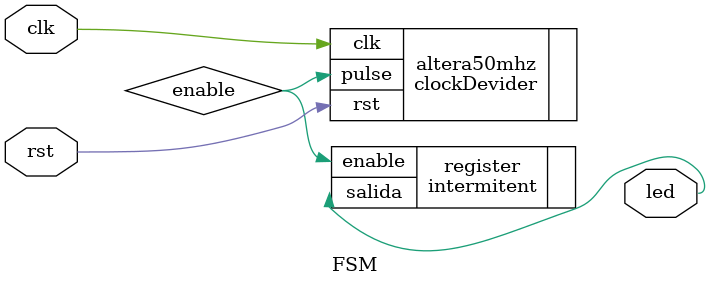
<source format=v>
`timescale 1ns / 1ps
module FSM(
    input rst,
	 input clk, //for fsm state changing
	 output led
    );
wire enable;
clockDevider altera50mhz (.clk(clk),.pulse(enable),.rst(rst));
intermitent register (.enable(enable),.salida(led));
endmodule

</source>
